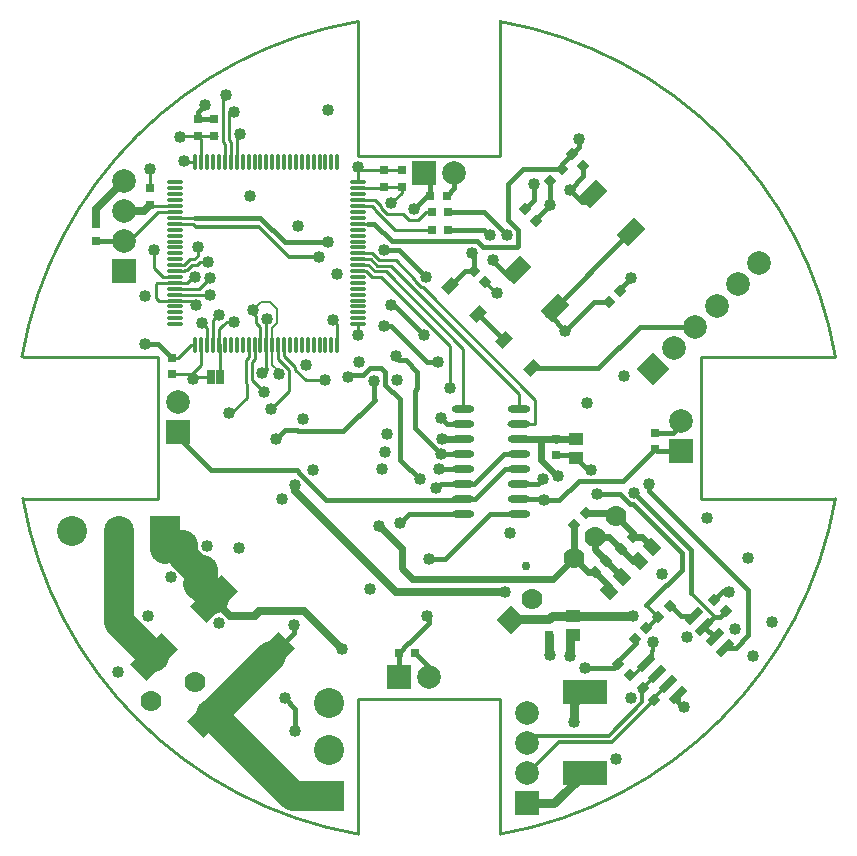
<source format=gbl>
G04 Layer_Physical_Order=4*
G04 Layer_Color=16711680*
%FSAX25Y25*%
%MOIN*%
G70*
G01*
G75*
%ADD10P,0.04243X4X180.0*%
%ADD12P,0.04243X4X90.0*%
G04:AMPARAMS|DCode=14|XSize=40mil|YSize=50mil|CornerRadius=0mil|HoleSize=0mil|Usage=FLASHONLY|Rotation=45.000|XOffset=0mil|YOffset=0mil|HoleType=Round|Shape=Rectangle|*
%AMROTATEDRECTD14*
4,1,4,0.00353,-0.03182,-0.03182,0.00353,-0.00353,0.03182,0.03182,-0.00353,0.00353,-0.03182,0.0*
%
%ADD14ROTATEDRECTD14*%

%ADD18R,0.03000X0.03000*%
G04:AMPARAMS|DCode=19|XSize=35.43mil|YSize=47.24mil|CornerRadius=0mil|HoleSize=0mil|Usage=FLASHONLY|Rotation=135.000|XOffset=0mil|YOffset=0mil|HoleType=Round|Shape=Rectangle|*
%AMROTATEDRECTD19*
4,1,4,0.02923,0.00418,-0.00418,-0.02923,-0.02923,-0.00418,0.00418,0.02923,0.02923,0.00418,0.0*
%
%ADD19ROTATEDRECTD19*%

G04:AMPARAMS|DCode=20|XSize=47.24mil|YSize=35.43mil|CornerRadius=0mil|HoleSize=0mil|Usage=FLASHONLY|Rotation=225.000|XOffset=0mil|YOffset=0mil|HoleType=Round|Shape=Rectangle|*
%AMROTATEDRECTD20*
4,1,4,0.00418,0.02923,0.02923,0.00418,-0.00418,-0.02923,-0.02923,-0.00418,0.00418,0.02923,0.0*
%
%ADD20ROTATEDRECTD20*%

%ADD21R,0.03000X0.03000*%
%ADD24R,0.05000X0.04000*%
%ADD37C,0.01800*%
%ADD39C,0.02200*%
%ADD40C,0.00900*%
%ADD41C,0.01000*%
%ADD42C,0.03000*%
%ADD43C,0.02500*%
%ADD44C,0.01500*%
%ADD45C,0.01200*%
%ADD46C,0.00800*%
%ADD50C,0.10000*%
%ADD51R,0.10000X0.10000*%
%ADD52C,0.07874*%
%ADD53R,0.07874X0.07874*%
%ADD54P,0.11136X4X90.0*%
%ADD55R,0.10000X0.10000*%
%ADD56R,0.07874X0.07874*%
%ADD57C,0.07000*%
%ADD58P,0.09899X4X90.0*%
%ADD59C,0.04000*%
%ADD60C,0.03000*%
G04:AMPARAMS|DCode=61|XSize=25.59mil|YSize=64.96mil|CornerRadius=1.92mil|HoleSize=0mil|Usage=FLASHONLY|Rotation=135.000|XOffset=0mil|YOffset=0mil|HoleType=Round|Shape=RoundedRectangle|*
%AMROUNDEDRECTD61*
21,1,0.02559,0.06112,0,0,135.0*
21,1,0.02175,0.06496,0,0,135.0*
1,1,0.00384,0.01392,0.02930*
1,1,0.00384,0.02930,0.01392*
1,1,0.00384,-0.01392,-0.02930*
1,1,0.00384,-0.02930,-0.01392*
%
%ADD61ROUNDEDRECTD61*%
%ADD62R,0.15000X0.08000*%
G04:AMPARAMS|DCode=63|XSize=80mil|YSize=150mil|CornerRadius=0mil|HoleSize=0mil|Usage=FLASHONLY|Rotation=135.000|XOffset=0mil|YOffset=0mil|HoleType=Round|Shape=Rectangle|*
%AMROTATEDRECTD63*
4,1,4,0.08132,0.02475,-0.02475,-0.08132,-0.08132,-0.02475,0.02475,0.08132,0.08132,0.02475,0.0*
%
%ADD63ROTATEDRECTD63*%

%ADD64R,0.03000X0.05000*%
%ADD65O,0.01181X0.05709*%
%ADD66O,0.05709X0.01181*%
G04:AMPARAMS|DCode=67|XSize=83mil|YSize=55mil|CornerRadius=0mil|HoleSize=0mil|Usage=FLASHONLY|Rotation=225.000|XOffset=0mil|YOffset=0mil|HoleType=Round|Shape=Rectangle|*
%AMROTATEDRECTD67*
4,1,4,0.00990,0.04879,0.04879,0.00990,-0.00990,-0.04879,-0.04879,-0.00990,0.00990,0.04879,0.0*
%
%ADD67ROTATEDRECTD67*%

%ADD68O,0.07480X0.02362*%
%ADD69C,0.10000*%
%ADD70C,0.02800*%
G54D10*
X1803611Y0371889D02*
D03*
X1807500Y0368000D02*
D03*
X1779858Y0342429D02*
D03*
X1783747Y0338540D02*
D03*
X1775615Y0346672D02*
D03*
X1771726Y0350561D02*
D03*
X1723500Y0481500D02*
D03*
X1727389Y0477611D02*
D03*
X1756111Y0520389D02*
D03*
X1760000Y0516500D02*
D03*
X1740500Y0502000D02*
D03*
X1744389Y0498111D02*
D03*
G54D12*
X1760827Y0400591D02*
D03*
X1756938Y0396702D02*
D03*
X1776527Y0392669D02*
D03*
X1772638Y0388779D02*
D03*
X1767716Y0384842D02*
D03*
X1763827Y0380953D02*
D03*
X1788889Y0369889D02*
D03*
X1785000Y0366000D02*
D03*
X1777111Y0358611D02*
D03*
X1781000Y0362500D02*
D03*
X1768500Y0471000D02*
D03*
X1772389Y0474889D02*
D03*
X1752889Y0515389D02*
D03*
X1749000Y0511500D02*
D03*
G54D14*
X1768501Y0374800D02*
D03*
X1773027Y0379326D02*
D03*
X1778543Y0384842D02*
D03*
X1783069Y0389368D02*
D03*
G54D18*
X1784000Y0427500D02*
D03*
Y0422000D02*
D03*
X1751000Y0425500D02*
D03*
Y0420000D02*
D03*
X1748500Y0365500D02*
D03*
Y0360000D02*
D03*
X1623000Y0447000D02*
D03*
Y0452500D02*
D03*
X1597500Y0491500D02*
D03*
Y0497000D02*
D03*
X1615500Y0509000D02*
D03*
Y0503500D02*
D03*
X1637000Y0532000D02*
D03*
Y0526500D02*
D03*
X1631500D02*
D03*
Y0532000D02*
D03*
X1699500Y0515000D02*
D03*
X1699500Y0509500D02*
D03*
X1693500D02*
D03*
Y0515000D02*
D03*
G54D19*
X1725000Y0467000D02*
D03*
X1743000Y0449000D02*
D03*
G54D20*
X1715525Y0476475D02*
D03*
X1733525Y0458475D02*
D03*
G54D21*
X1714500Y0506500D02*
D03*
X1709000D02*
D03*
X1709500Y0501000D02*
D03*
X1715000D02*
D03*
X1709500Y0495000D02*
D03*
X1715000D02*
D03*
X1704055Y0354000D02*
D03*
X1698555Y0354000D02*
D03*
G54D24*
X1757500Y0419150D02*
D03*
Y0425550D02*
D03*
X1756500Y0360150D02*
D03*
Y0366550D02*
D03*
G54D37*
X1730000Y0484667D02*
X1735570Y0479097D01*
X1790000Y0427500D02*
X1794000Y0431500D01*
X1740021Y0515521D02*
X1752889D01*
X1730000Y0484667D02*
Y0485000D01*
X1748930Y0466570D02*
X1754000Y0461500D01*
X1750597Y0469070D02*
X1773430Y0491903D01*
X1748097Y0466570D02*
X1750597Y0469070D01*
X1699000Y0418500D02*
Y0438585D01*
X1694100Y0443485D02*
X1699000Y0438585D01*
X1694100Y0443485D02*
Y0447632D01*
X1692673Y0449060D02*
X1694100Y0447632D01*
X1690200Y0438800D02*
Y0444700D01*
Y0438800D02*
X1690500Y0438500D01*
X1703800Y0441425D02*
X1704700Y0442325D01*
X1703800Y0429185D02*
Y0441425D01*
Y0429185D02*
X1712485Y0420500D01*
X1704700Y0442325D02*
Y0447875D01*
X1689044Y0449060D02*
X1692673D01*
X1686685Y0446700D02*
X1689044Y0449060D01*
X1693500Y0488500D02*
X1698500D01*
X1707500Y0479500D01*
X1690380Y0497135D02*
X1696115Y0491400D01*
X1688365Y0497135D02*
X1690380D01*
X1696115Y0491400D02*
X1724615D01*
X1755500Y0508500D02*
X1760000Y0513000D01*
Y0516500D01*
X1777000Y0407500D02*
X1796000Y0388500D01*
Y0374010D02*
Y0388500D01*
X1631500Y0534300D02*
X1633800Y0536600D01*
X1631500Y0532000D02*
Y0534300D01*
Y0532000D02*
X1637000D01*
X1700775Y0451800D02*
X1704700Y0447875D01*
X1698660Y0451800D02*
X1700775D01*
X1697500Y0452960D02*
X1698660Y0451800D01*
X1682200Y0446700D02*
X1686685D01*
X1681500Y0446000D02*
X1682200Y0446700D01*
X1761450Y0415200D02*
X1762600D01*
X1773300Y0411300D02*
X1784000Y0422000D01*
X1760985Y0411300D02*
X1773300D01*
X1760785Y0411500D02*
X1760985Y0411300D01*
X1758545Y0411500D02*
X1760785D01*
X1757500Y0419150D02*
X1761450Y0415200D01*
X1756650Y0420000D02*
X1757500Y0419150D01*
X1751000Y0420000D02*
X1756650D01*
X1708555Y0346000D02*
Y0349500D01*
Y0343709D02*
Y0346000D01*
X1752045Y0405000D02*
X1758545Y0411500D01*
X1747000Y0405000D02*
X1752045D01*
X1708500Y0363945D02*
Y0366000D01*
X1708000Y0366500D02*
X1708500Y0366000D01*
X1636000Y0415000D02*
X1664485D01*
X1666100Y0413385D01*
Y0413385D02*
X1668400Y0411085D01*
X1666100Y0413385D02*
Y0413385D01*
X1668400Y0411055D02*
Y0411085D01*
Y0411055D02*
X1674355Y0405100D01*
X1719600D01*
X1746500Y0405500D02*
X1747000Y0405000D01*
X1719600Y0405100D02*
X1720000Y0405500D01*
X1699000Y0418500D02*
X1705500Y0412000D01*
X1712000Y0415500D02*
X1720000D01*
X1702000Y0400500D02*
X1720000D01*
X1711000Y0409000D02*
X1712500Y0410500D01*
X1701955Y0357400D02*
X1708500Y0363945D01*
X1698555Y0354187D02*
X1701768Y0357400D01*
X1698555Y0354000D02*
Y0354187D01*
X1701768Y0357400D02*
X1701955D01*
X1715000Y0495000D02*
X1727000D01*
X1728500Y0493500D01*
X1729000D01*
X1715000Y0501000D02*
X1727015D01*
X1734500Y0493515D01*
Y0493500D02*
Y0493515D01*
X1726515Y0489500D02*
X1738000D01*
X1724615Y0491400D02*
X1726515Y0489500D01*
X1738000D02*
X1738400Y0489900D01*
Y0495115D01*
X1735000Y0498515D02*
X1738400Y0495115D01*
X1735000Y0498515D02*
Y0510500D01*
X1740021Y0515521D01*
X1708000Y0506500D02*
X1709000D01*
X1703500Y0502000D02*
X1708000Y0506500D01*
X1754000Y0461500D02*
X1763500Y0471000D01*
X1768500D01*
X1772389Y0475389D02*
X1776000Y0479000D01*
X1772389Y0474889D02*
Y0475389D01*
X1723000Y0487500D02*
X1723500Y0487000D01*
X1752889Y0515521D02*
Y0517167D01*
Y0515389D02*
Y0515521D01*
X1723500Y0481500D02*
Y0487000D01*
X1720550Y0481500D02*
X1723500D01*
X1715525Y0476475D02*
X1720550Y0481500D01*
X1725000Y0467000D02*
X1733525Y0458475D01*
X1743000Y0449000D02*
X1765000D01*
X1778780Y0462780D01*
X1797425D01*
X1758500Y0522778D02*
Y0525500D01*
X1756111Y0520389D02*
X1758500Y0522778D01*
X1752889Y0517167D02*
X1756111Y0520389D01*
X1749000Y0503500D02*
Y0511500D01*
X1744389Y0498889D02*
X1749000Y0503500D01*
X1744389Y0498111D02*
Y0498889D01*
X1740500Y0502000D02*
X1743500Y0505000D01*
Y0510346D01*
X1755500Y0508500D02*
X1759570Y0504430D01*
X1760903D01*
X1748097Y0466570D02*
X1748930D01*
X1714000Y0385500D02*
X1729000Y0400500D01*
X1708500Y0385500D02*
X1714000D01*
X1714500Y0430500D02*
X1720000D01*
X1704055Y0354000D02*
X1708555Y0349500D01*
X1712500Y0410500D02*
X1720000D01*
X1712485Y0420500D02*
X1712500D01*
X1784000Y0422000D02*
X1784500Y0421500D01*
X1738504Y0410500D02*
X1745000D01*
X1712500Y0420500D02*
X1720000D01*
X1738504Y0405500D02*
X1746500D01*
X1733500Y0420500D02*
X1738504D01*
X1723500Y0410500D02*
X1733500Y0420500D01*
X1720000Y0410500D02*
X1723500D01*
X1734000Y0415500D02*
X1738504D01*
X1724000Y0405500D02*
X1734000Y0415500D01*
X1720000Y0405500D02*
X1724000D01*
X1699000Y0397500D02*
X1702000Y0400500D01*
X1614000Y0457000D02*
X1618313D01*
X1622813Y0452500D01*
X1623000D01*
X1607000Y0491500D02*
X1607000Y0491500D01*
X1597500Y0491500D02*
X1607000D01*
X1680100Y0428100D02*
X1690500Y0438500D01*
X1664885Y0428100D02*
X1680100D01*
X1664485Y0428500D02*
X1664885Y0428100D01*
X1660500Y0428500D02*
X1664485D01*
X1657500Y0425500D02*
X1660500Y0428500D01*
X1655836Y0353022D02*
X1663500Y0360686D01*
Y0363500D01*
X1660500Y0339000D02*
X1664000Y0335500D01*
Y0328000D02*
Y0335500D01*
X1770165Y0349000D02*
X1771726Y0350561D01*
X1760500Y0349000D02*
X1770165D01*
X1771726Y0351268D02*
X1777736Y0357278D01*
X1782000Y0408000D02*
X1815000Y0375000D01*
Y0360000D02*
Y0375000D01*
X1810775Y0355775D02*
X1815000Y0360000D01*
X1807379Y0355775D02*
X1810775D01*
X1808222Y0374778D02*
X1808500Y0374500D01*
X1806500Y0374778D02*
X1808222D01*
X1803611Y0371889D02*
X1806500Y0374778D01*
X1789757Y0369299D02*
X1792675Y0366382D01*
X1796773D01*
X1805500Y0366000D02*
X1807500Y0368000D01*
X1803462Y0366000D02*
X1805500D01*
X1800308Y0362846D02*
X1803462Y0366000D01*
X1800308Y0362846D02*
X1803844Y0359310D01*
X1791650Y0337850D02*
X1793500Y0336000D01*
X1791650Y0337850D02*
Y0340046D01*
X1771726Y0350561D02*
Y0351268D01*
X1745000Y0410500D02*
X1746500Y0412000D01*
X1729000Y0400500D02*
X1738504D01*
X1782000Y0408000D02*
Y0410500D01*
X1712500Y0432500D02*
X1714500Y0430500D01*
X1696000Y0463000D02*
X1708000Y0451000D01*
X1711500D01*
X1693500Y0463000D02*
X1696000D01*
X1706987Y0514000D02*
X1709000Y0511987D01*
Y0506500D02*
Y0511987D01*
X1716987Y0508987D02*
Y0514000D01*
X1714500Y0506500D02*
X1716987Y0508987D01*
X1784000Y0427500D02*
X1790000D01*
X1784500Y0421500D02*
X1792500D01*
X1794000D01*
X1698555Y0343709D02*
Y0346000D01*
Y0354000D01*
X1625015Y0425985D02*
X1636000Y0415000D01*
X1625015Y0425985D02*
Y0427638D01*
G54D39*
X1750500Y0425500D02*
X1751000Y0425000D01*
X1749963Y0378900D02*
X1756890Y0385827D01*
X1699500Y0382500D02*
X1703100Y0378900D01*
X1749963D01*
X1694000Y0427000D02*
X1694500D01*
X1746000Y0425500D02*
X1750500D01*
X1738504D02*
X1746000D01*
X1751000Y0413000D02*
X1751500D01*
X1750600Y0413400D02*
X1751000Y0413000D01*
X1750600Y0413400D02*
Y0413698D01*
X1746000Y0418298D02*
X1750600Y0413698D01*
X1746000Y0418298D02*
Y0425500D01*
X1699500Y0382500D02*
Y0389000D01*
X1692000Y0396500D02*
X1699500Y0389000D01*
X1757450Y0425500D02*
X1757500Y0425550D01*
X1751000Y0425500D02*
X1757450D01*
X1713000D02*
X1720000D01*
X1769965Y0400591D02*
X1770809Y0399746D01*
X1756890Y0396654D02*
X1756938Y0396702D01*
X1756890Y0385827D02*
Y0396654D01*
Y0385827D02*
X1761763Y0380953D01*
X1763827D01*
X1768501Y0376280D01*
Y0374800D02*
Y0376280D01*
X1763849Y0388710D02*
Y0392787D01*
Y0388710D02*
X1767716Y0384842D01*
X1773027Y0379532D01*
Y0379326D02*
Y0379532D01*
X1763849Y0392787D02*
X1768631D01*
X1772638Y0388779D01*
X1776575Y0384842D01*
X1778543D01*
X1770809Y0399746D02*
X1776527Y0394028D01*
Y0392669D02*
Y0394028D01*
Y0392669D02*
X1779768D01*
X1783069Y0389368D01*
X1760827Y0400591D02*
X1769965D01*
G54D40*
X1632727Y0450227D02*
Y0456880D01*
X1607000Y0491500D02*
X1608551D01*
X1615500Y0503199D02*
X1623822D01*
X1638803Y0453866D02*
Y0457184D01*
X1627050Y0481387D02*
Y0481429D01*
X1644551Y0517706D02*
Y0527449D01*
X1641900Y0525221D02*
Y0534500D01*
X1650000Y0467500D02*
Y0468500D01*
X1641137Y0464500D02*
X1643500D01*
X1689670Y0487451D02*
X1692071Y0485050D01*
X1684965Y0487451D02*
X1689670D01*
X1692071Y0485050D02*
X1697450D01*
X1704050Y0478450D01*
X1691284Y0483150D02*
X1695850D01*
X1738504Y0440496D01*
X1692650Y0479350D02*
X1715500Y0456500D01*
X1689710Y0479350D02*
X1692650D01*
X1687673Y0481387D02*
X1689710Y0479350D01*
X1684807Y0481387D02*
X1687673D01*
X1694250Y0481250D02*
X1720000Y0455500D01*
X1690497Y0481250D02*
X1694250D01*
X1688391Y0483356D02*
X1690497Y0481250D01*
X1684807Y0483356D02*
X1688391D01*
X1689178Y0485256D02*
X1691284Y0483150D01*
X1684875Y0485256D02*
X1689178D01*
X1706450Y0476050D02*
X1744000Y0438500D01*
X1706071Y0476050D02*
X1706450D01*
X1704050Y0478071D02*
X1706071Y0476050D01*
X1704050Y0478071D02*
Y0478450D01*
X1730900Y0474100D02*
X1731200D01*
X1727389Y0477611D02*
X1730900Y0474100D01*
X1630000Y0445500D02*
X1630500Y0446000D01*
X1636000D01*
X1638645Y0457342D02*
X1638803Y0457184D01*
X1638627Y0457361D02*
X1638645Y0457342D01*
Y0462145D01*
Y0456880D02*
Y0457342D01*
X1638627Y0456898D02*
X1638645Y0456880D01*
X1638627Y0456898D02*
Y0457361D01*
X1638803Y0453866D02*
X1639000Y0453669D01*
Y0446000D02*
Y0453669D01*
X1629455Y0471545D02*
X1631000Y0470000D01*
X1623980Y0473513D02*
X1635487D01*
X1631982Y0475482D02*
X1635500Y0479000D01*
X1623980Y0475482D02*
X1631982D01*
X1629954Y0479454D02*
X1630500D01*
X1627781Y0481614D02*
X1629617Y0483450D01*
X1627235Y0481614D02*
X1627781D01*
X1626994Y0483514D02*
X1628830Y0485350D01*
X1624138Y0483514D02*
X1626994D01*
X1627950Y0477450D02*
X1629954Y0479454D01*
X1623980Y0477450D02*
X1627950D01*
X1684807Y0497135D02*
X1688365D01*
X1696000Y0504000D02*
X1699500Y0507500D01*
X1692946Y0508946D02*
X1693500Y0509500D01*
X1650000Y0467500D02*
X1651050Y0466450D01*
Y0464071D02*
Y0466450D01*
Y0464071D02*
X1652425Y0462696D01*
Y0456880D02*
Y0462696D01*
X1630000Y0445500D02*
Y0446000D01*
X1629000Y0447000D02*
X1630000Y0446000D01*
X1623000Y0447000D02*
X1629000D01*
X1629500D02*
X1632727Y0450227D01*
X1627000Y0518000D02*
X1627294Y0517706D01*
X1630771D01*
X1685000Y0460000D02*
Y0463478D01*
X1684807Y0463671D02*
X1685000Y0463478D01*
X1676500Y0465000D02*
X1678015Y0463485D01*
Y0456880D02*
Y0463485D01*
X1735000Y0430500D02*
X1738504D01*
X1642000Y0434000D02*
X1642742D01*
X1647871Y0439129D01*
Y0443871D01*
X1647550Y0444192D02*
X1647871Y0443871D01*
X1647550Y0444192D02*
Y0451808D01*
X1648488Y0452746D01*
Y0456880D01*
X1699500Y0507500D02*
Y0509500D01*
X1693500D02*
X1699500D01*
X1645000Y0527000D02*
X1645500D01*
X1644551Y0527449D02*
X1645000Y0527000D01*
X1640000Y0524434D02*
X1640614Y0523820D01*
X1640000Y0524434D02*
Y0539000D01*
X1641900Y0525221D02*
X1642582Y0524539D01*
Y0517706D02*
Y0524539D01*
X1640614Y0517706D02*
Y0523820D01*
X1641900Y0534500D02*
X1643500D01*
X1640000Y0539000D02*
X1641000Y0540000D01*
X1637000Y0526500D02*
X1638000D01*
X1631500D02*
X1637000D01*
X1615500Y0509000D02*
Y0515500D01*
X1625500Y0526000D02*
X1626000Y0526500D01*
X1631500D01*
X1632740Y0525260D01*
Y0517706D02*
Y0525260D01*
X1623000Y0452500D02*
X1625000D01*
X1629379Y0456880D01*
X1630771D01*
X1618123Y0501072D02*
X1623980D01*
X1608551Y0491500D02*
X1618123Y0501072D01*
X1623822Y0503199D02*
X1623980Y0503041D01*
X1615500Y0503199D02*
Y0503500D01*
X1631500Y0486500D02*
Y0489500D01*
X1617000Y0482500D02*
Y0488500D01*
Y0482500D02*
X1620000Y0479500D01*
X1623180D01*
X1623261Y0479419D01*
X1623980D01*
X1635487Y0473513D02*
X1635500Y0473500D01*
X1640058Y0463421D02*
X1641137Y0464500D01*
X1639921Y0463421D02*
X1640058D01*
X1638645Y0462145D02*
X1639921Y0463421D01*
X1635500Y0473500D02*
Y0474000D01*
X1635000Y0474500D02*
X1635500Y0474000D01*
X1738504Y0430500D02*
X1744000D01*
Y0438500D01*
X1684807Y0487293D02*
X1684965Y0487451D01*
X1684807Y0485324D02*
X1684875Y0485256D01*
X1617950Y0477450D02*
X1623980D01*
X1617500Y0477000D02*
X1617950Y0477450D01*
X1617500Y0472500D02*
Y0477000D01*
Y0472500D02*
X1618455Y0471545D01*
X1623980D01*
Y0481387D02*
X1627050D01*
X1630350Y0485350D02*
X1631500Y0486500D01*
X1627050Y0481429D02*
X1627235Y0481614D01*
X1628830Y0485350D02*
X1630350D01*
X1623980Y0483356D02*
X1624138Y0483514D01*
X1623980Y0471545D02*
X1629455D01*
X1629617Y0483450D02*
X1631263D01*
X1632313Y0484500D01*
X1635000D01*
X1623980Y0499104D02*
X1630604D01*
X1684807Y0508946D02*
X1692946D01*
X1623980Y0497135D02*
X1629461D01*
X1629693Y0496904D01*
X1630096D01*
X1631000Y0496000D01*
X1738504Y0435500D02*
Y0440496D01*
X1720000Y0435500D02*
Y0455500D01*
X1715500Y0442500D02*
Y0456500D01*
G54D41*
X1660407Y0452922D02*
Y0456880D01*
X1684807Y0503009D02*
X1689491D01*
X1634677Y0456880D02*
Y0462323D01*
X1697222Y0495000D02*
X1709500D01*
X1690500Y0501722D02*
X1697222Y0495000D01*
X1667550Y0445000D02*
X1674000D01*
X1658330Y0452119D02*
Y0456880D01*
Y0452119D02*
X1662000Y0448450D01*
X1664000Y0448550D02*
X1667550Y0445000D01*
X1664000Y0448550D02*
Y0449328D01*
X1660407Y0452922D02*
X1664000Y0449328D01*
X1662000Y0441500D02*
Y0448450D01*
X1636677Y0456880D02*
Y0465177D01*
X1638371Y0466871D02*
X1638629D01*
X1633000Y0464000D02*
X1634677Y0462323D01*
X1689491Y0503009D02*
X1690500Y0502000D01*
Y0501722D02*
Y0502000D01*
X1707450Y0501000D02*
X1709500D01*
X1660330Y0456880D02*
X1660407D01*
X1654393Y0465393D02*
X1654500Y0465500D01*
X1654393Y0456880D02*
Y0465393D01*
X1685000Y0516000D02*
X1686000Y0515000D01*
X1693500D01*
X1699500D01*
X1684807Y0515807D02*
X1685000Y0516000D01*
X1684807Y0510915D02*
Y0515807D01*
X1636677Y0465177D02*
X1638371Y0466871D01*
X1654393Y0448893D02*
Y0456880D01*
X1650456Y0451956D02*
Y0456880D01*
X1656000Y0435500D02*
X1662000Y0441500D01*
X1649500Y0451000D02*
X1650456Y0451956D01*
X1649500Y0445000D02*
Y0451000D01*
Y0445000D02*
X1653500Y0441000D01*
X1704950Y0498500D02*
X1707450Y0501000D01*
X1684807Y0505009D02*
X1690491D01*
X1692500Y0503000D01*
Y0502550D02*
Y0503000D01*
Y0502550D02*
X1694550Y0500500D01*
X1700050D01*
X1702050Y0498500D01*
X1704950D01*
X1844094Y0452756D02*
G03*
X1732284Y0564567I-0135433J-0023622D01*
G01*
X1685039D02*
G03*
X1572912Y0452811I0023228J-0135433D01*
G01*
X1573228Y0405512D02*
G03*
X1685039Y0293701I0135433J0023622D01*
G01*
X1732284D02*
G03*
X1844094Y0405512I-0023622J0135433D01*
G01*
X1732284Y0519685D02*
Y0564567D01*
X1685039Y0519685D02*
X1732284D01*
X1685039D02*
Y0564567D01*
Y0293701D02*
Y0338583D01*
X1732284D01*
Y0293701D02*
Y0338583D01*
X1799213Y0405512D02*
X1844094D01*
X1799213D02*
Y0452756D01*
X1844094D01*
X1573228Y0452756D02*
X1618110D01*
Y0405512D02*
Y0452756D01*
X1573228Y0405512D02*
X1618110D01*
G54D42*
X1776450Y0366550D02*
X1776500Y0366500D01*
X1756500Y0366550D02*
X1776450D01*
X1755500Y0353000D02*
Y0359150D01*
X1756500Y0360150D01*
X1748500Y0354000D02*
X1749000Y0353500D01*
X1748500Y0354000D02*
Y0360000D01*
X1736011Y0364948D02*
X1736563Y0365500D01*
X1748500D01*
X1749550Y0366550D01*
X1756500D01*
X1757000Y0331000D02*
Y0337500D01*
X1760500Y0341000D01*
X1750382Y0303976D02*
X1760500Y0314094D01*
X1741142Y0303976D02*
X1750382D01*
G54D43*
X1597500Y0502000D02*
X1607000Y0511500D01*
X1636811Y0372047D02*
X1642358Y0366500D01*
X1650500D01*
X1697500Y0374500D02*
X1734000D01*
X1663985Y0408015D02*
X1697500Y0374500D01*
X1663985Y0408015D02*
Y0409985D01*
X1597500Y0497000D02*
Y0502000D01*
X1652000Y0368000D02*
X1667000D01*
X1650500Y0366500D02*
X1652000Y0368000D01*
X1667000D02*
X1679500Y0355500D01*
G54D44*
X1793100Y0381897D02*
Y0387400D01*
X1787853Y0376650D02*
X1793100Y0381897D01*
X1787650Y0376650D02*
X1787853D01*
X1781000Y0370000D02*
X1787650Y0376650D01*
X1776750Y0403750D02*
X1793100Y0387400D01*
X1653000Y0447500D02*
X1654393Y0448893D01*
X1660500Y0491000D02*
X1675000D01*
X1652396Y0499104D02*
X1660500Y0491000D01*
X1630604Y0499104D02*
X1652396D01*
X1775447Y0403750D02*
X1776750D01*
X1772197Y0407000D02*
X1775447Y0403750D01*
X1764500Y0407000D02*
X1772197D01*
X1697000Y0470000D02*
X1707000Y0460000D01*
X1696000Y0470000D02*
X1697000D01*
G54D45*
X1779891Y0342429D02*
X1784579Y0347117D01*
X1779858Y0342429D02*
X1779891D01*
X1778910Y0341481D02*
X1779700Y0340691D01*
X1769507Y0324300D02*
X1783747Y0338540D01*
X1751800Y0324300D02*
X1769507D01*
X1768500Y0326500D02*
X1779700Y0337700D01*
X1743665Y0326500D02*
X1768500D01*
X1741476Y0313976D02*
X1751800Y0324300D01*
X1741142Y0323976D02*
X1743665Y0326500D01*
X1779700Y0337700D02*
Y0340691D01*
X1778910Y0341481D02*
X1779858Y0342429D01*
X1778910Y0341481D02*
Y0341481D01*
X1783275Y0354884D02*
Y0357725D01*
X1781000Y0370000D02*
X1785000Y0366000D01*
X1781500Y0362500D02*
X1785000Y0366000D01*
X1781000Y0362500D02*
X1781500D01*
X1783000Y0352609D02*
Y0354609D01*
X1781044Y0350653D02*
X1783000Y0352609D01*
Y0354609D02*
X1783275Y0354884D01*
X1783747Y0338540D02*
Y0339214D01*
X1788115Y0343582D01*
X1796000Y0374010D02*
X1803462Y0366548D01*
Y0366000D02*
Y0366548D01*
X1775615Y0346672D02*
X1777063D01*
X1781044Y0350653D01*
X1741142Y0313976D02*
X1741476D01*
X1631000Y0496000D02*
X1652000D01*
X1662000Y0486000D01*
X1672000D01*
G54D46*
X1656430Y0450070D02*
Y0456930D01*
X1650000Y0468500D02*
X1652500Y0471000D01*
X1655500D01*
X1657900Y0468600D01*
Y0464092D02*
Y0468600D01*
X1656362Y0462554D02*
X1657900Y0464092D01*
X1656362Y0456880D02*
Y0462554D01*
X1656430Y0450070D02*
X1658500Y0448000D01*
Y0447000D02*
Y0448000D01*
X1656380Y0456880D02*
X1656430Y0456930D01*
X1656362Y0456880D02*
X1656380D01*
G54D50*
X1589567Y0394685D02*
D03*
X1605167D02*
D03*
X1675197Y0337450D02*
D03*
Y0321850D02*
D03*
G54D51*
X1620767Y0394685D02*
D03*
G54D52*
X1607000Y0511500D02*
D03*
Y0501500D02*
D03*
Y0491500D02*
D03*
X1790354Y0455709D02*
D03*
X1797425Y0462780D02*
D03*
X1804497Y0469851D02*
D03*
X1811567Y0476922D02*
D03*
X1818639Y0483993D02*
D03*
X1708555Y0346000D02*
D03*
X1716987Y0514000D02*
D03*
X1792500Y0431500D02*
D03*
X1625015Y0437638D02*
D03*
X1741142Y0313976D02*
D03*
Y0323976D02*
D03*
Y0333976D02*
D03*
G54D53*
X1607000Y0481500D02*
D03*
X1792500Y0421500D02*
D03*
X1625015Y0427638D02*
D03*
X1741142Y0303976D02*
D03*
G54D54*
X1783283Y0448638D02*
D03*
G54D55*
X1675197Y0306250D02*
D03*
G54D56*
X1698555Y0346000D02*
D03*
X1706987Y0514000D02*
D03*
G54D57*
X1770809Y0399746D02*
D03*
X1763849Y0392787D02*
D03*
X1756890Y0385827D02*
D03*
X1743082Y0372019D02*
D03*
X1630500Y0344500D02*
D03*
X1616000Y0338000D02*
D03*
G54D58*
X1736011Y0364948D02*
D03*
G54D59*
X1730000Y0485000D02*
D03*
X1650000Y0468500D02*
D03*
X1643500Y0464500D02*
D03*
X1690200Y0444700D02*
D03*
X1698000Y0445100D02*
D03*
X1814961Y0385827D02*
D03*
X1693500Y0488500D02*
D03*
X1707500Y0479500D02*
D03*
X1771100Y0318900D02*
D03*
X1776100Y0339200D02*
D03*
X1783275Y0357725D02*
D03*
X1801181Y0398981D02*
D03*
X1786300Y0380400D02*
D03*
X1633800Y0536600D02*
D03*
X1674800Y0535000D02*
D03*
X1613900Y0473100D02*
D03*
X1605000Y0347800D02*
D03*
X1622500Y0379300D02*
D03*
X1638700Y0364000D02*
D03*
X1615000Y0366500D02*
D03*
X1731200Y0474100D02*
D03*
X1761300Y0437300D02*
D03*
X1773500Y0446500D02*
D03*
X1667500Y0450000D02*
D03*
X1685400Y0451000D02*
D03*
X1645400Y0389000D02*
D03*
X1762600Y0415200D02*
D03*
X1735600Y0394100D02*
D03*
X1638629Y0466871D02*
D03*
X1631000Y0470000D02*
D03*
X1630500Y0479454D02*
D03*
X1633000Y0464000D02*
D03*
X1689000Y0375500D02*
D03*
X1734000Y0374500D02*
D03*
X1708000Y0366500D02*
D03*
X1659500Y0405500D02*
D03*
X1663985Y0409985D02*
D03*
X1747000Y0405000D02*
D03*
X1693000Y0415500D02*
D03*
X1712000D02*
D03*
X1705500Y0412000D02*
D03*
X1694000Y0421000D02*
D03*
X1694500Y0427000D02*
D03*
X1711000Y0409000D02*
D03*
X1751500Y0413000D02*
D03*
X1692000Y0396500D02*
D03*
X1729000Y0493500D02*
D03*
X1734500D02*
D03*
X1696000Y0504000D02*
D03*
X1703500Y0502000D02*
D03*
X1697500Y0452960D02*
D03*
X1630000Y0445500D02*
D03*
X1649000Y0506500D02*
D03*
X1627000Y0518000D02*
D03*
X1685000Y0460000D02*
D03*
X1676500Y0465000D02*
D03*
X1776000Y0479000D02*
D03*
X1723000Y0487500D02*
D03*
X1758500Y0525500D02*
D03*
X1749000Y0503500D02*
D03*
X1743500Y0510346D02*
D03*
X1755500Y0508500D02*
D03*
X1754000Y0461500D02*
D03*
X1642000Y0434000D02*
D03*
X1670000Y0415000D02*
D03*
X1708500Y0385500D02*
D03*
X1712500Y0420500D02*
D03*
X1699000Y0397500D02*
D03*
X1713000Y0425500D02*
D03*
X1665000Y0496500D02*
D03*
X1654500Y0465500D02*
D03*
X1685000Y0516000D02*
D03*
X1645500Y0527000D02*
D03*
X1643500Y0534500D02*
D03*
X1641000Y0540000D02*
D03*
X1615500Y0515500D02*
D03*
X1625500Y0526000D02*
D03*
X1614000Y0457000D02*
D03*
X1631500Y0489500D02*
D03*
X1617000Y0488500D02*
D03*
X1635500Y0473500D02*
D03*
Y0479000D02*
D03*
X1666500Y0432000D02*
D03*
X1658500Y0447000D02*
D03*
X1656000Y0435500D02*
D03*
X1653500Y0441000D02*
D03*
X1653000Y0447500D02*
D03*
X1657500Y0425500D02*
D03*
X1634626Y0389874D02*
D03*
X1663500Y0363500D02*
D03*
X1660500Y0339000D02*
D03*
X1664000Y0328000D02*
D03*
X1776500Y0366500D02*
D03*
X1760500Y0349000D02*
D03*
X1808500Y0374500D02*
D03*
X1793500Y0336000D02*
D03*
X1816500Y0353000D02*
D03*
X1810500Y0362000D02*
D03*
X1755500Y0353000D02*
D03*
X1749000Y0353500D02*
D03*
X1823000Y0364500D02*
D03*
X1794500Y0359500D02*
D03*
X1757000Y0331000D02*
D03*
X1678000Y0480500D02*
D03*
X1635000Y0484500D02*
D03*
X1746500Y0412000D02*
D03*
X1777000Y0407500D02*
D03*
X1715500Y0442500D02*
D03*
X1675000Y0491000D02*
D03*
X1696000Y0470000D02*
D03*
X1672000Y0486000D02*
D03*
X1693500Y0463000D02*
D03*
X1782000Y0410500D02*
D03*
X1712500Y0432500D02*
D03*
X1674000Y0445000D02*
D03*
X1681500Y0446000D02*
D03*
X1711500Y0451000D02*
D03*
X1764500Y0407000D02*
D03*
X1707000Y0460000D02*
D03*
X1679500Y0355500D02*
D03*
G54D60*
X1741000Y0383000D02*
D03*
G54D61*
X1796773Y0366382D02*
D03*
X1800308Y0362846D02*
D03*
X1803844Y0359310D02*
D03*
X1807379Y0355775D02*
D03*
X1781044Y0350653D02*
D03*
X1784579Y0347117D02*
D03*
X1788115Y0343582D02*
D03*
X1791650Y0340046D02*
D03*
G54D62*
X1760500Y0314094D02*
D03*
Y0341000D02*
D03*
G54D63*
X1616802Y0352687D02*
D03*
X1635827Y0333661D02*
D03*
X1636811Y0372047D02*
D03*
X1655836Y0353022D02*
D03*
G54D64*
X1639000Y0446000D02*
D03*
X1636000D02*
D03*
G54D65*
X1630771Y0456880D02*
D03*
X1632740D02*
D03*
X1634708D02*
D03*
X1636677D02*
D03*
X1638645D02*
D03*
X1640614D02*
D03*
X1642582Y0456880D02*
D03*
X1644551Y0456880D02*
D03*
X1646519D02*
D03*
X1648488D02*
D03*
X1650456D02*
D03*
X1652425D02*
D03*
X1654393Y0456880D02*
D03*
X1656362D02*
D03*
X1658330D02*
D03*
X1660299Y0456880D02*
D03*
X1662267D02*
D03*
X1664236D02*
D03*
X1666204D02*
D03*
X1668173D02*
D03*
X1670141D02*
D03*
X1672110D02*
D03*
X1674078D02*
D03*
X1676047D02*
D03*
X1678015D02*
D03*
Y0517706D02*
D03*
X1676047D02*
D03*
X1674078D02*
D03*
X1672110Y0517706D02*
D03*
X1670141D02*
D03*
X1668173D02*
D03*
X1666204Y0517706D02*
D03*
X1664236D02*
D03*
X1662267D02*
D03*
X1660299D02*
D03*
X1658330Y0517706D02*
D03*
X1656362D02*
D03*
X1654393D02*
D03*
X1652425Y0517706D02*
D03*
X1650456D02*
D03*
X1648488D02*
D03*
X1646519D02*
D03*
X1644551D02*
D03*
X1642582Y0517706D02*
D03*
X1640614D02*
D03*
X1638645Y0517706D02*
D03*
X1636677D02*
D03*
X1634708D02*
D03*
X1632740Y0517706D02*
D03*
X1630771D02*
D03*
G54D66*
X1684807Y0463671D02*
D03*
Y0465639D02*
D03*
Y0467608D02*
D03*
Y0469576D02*
D03*
Y0471545D02*
D03*
Y0473513D02*
D03*
Y0475482D02*
D03*
Y0477450D02*
D03*
Y0479419D02*
D03*
Y0481387D02*
D03*
Y0483356D02*
D03*
Y0485324D02*
D03*
Y0487293D02*
D03*
Y0489261D02*
D03*
Y0491230D02*
D03*
Y0493198D02*
D03*
Y0495167D02*
D03*
Y0497135D02*
D03*
Y0499104D02*
D03*
Y0501072D02*
D03*
Y0503041D02*
D03*
Y0505009D02*
D03*
Y0506978D02*
D03*
Y0508946D02*
D03*
Y0510915D02*
D03*
X1623980D02*
D03*
Y0508946D02*
D03*
Y0506978D02*
D03*
Y0505009D02*
D03*
Y0503041D02*
D03*
Y0501072D02*
D03*
Y0499104D02*
D03*
Y0497135D02*
D03*
Y0495167D02*
D03*
Y0493198D02*
D03*
Y0491230D02*
D03*
Y0489261D02*
D03*
Y0487293D02*
D03*
Y0485324D02*
D03*
Y0483356D02*
D03*
Y0481387D02*
D03*
Y0479419D02*
D03*
Y0477450D02*
D03*
Y0475482D02*
D03*
Y0473513D02*
D03*
Y0471545D02*
D03*
Y0469576D02*
D03*
Y0467608D02*
D03*
Y0465639D02*
D03*
Y0463671D02*
D03*
G54D67*
X1738070Y0481597D02*
D03*
X1763403Y0506930D02*
D03*
X1750597Y0469070D02*
D03*
X1775930Y0494403D02*
D03*
G54D68*
X1738504Y0435500D02*
D03*
X1738504Y0430500D02*
D03*
X1738504Y0425500D02*
D03*
Y0420500D02*
D03*
Y0415500D02*
D03*
Y0410500D02*
D03*
X1738504Y0405500D02*
D03*
X1738504Y0400500D02*
D03*
X1720000Y0435500D02*
D03*
X1720000Y0430500D02*
D03*
X1720000Y0425500D02*
D03*
Y0420500D02*
D03*
Y0415500D02*
D03*
Y0410500D02*
D03*
X1720000Y0405500D02*
D03*
X1720000Y0400500D02*
D03*
G54D69*
X1631686Y0377172D02*
X1633200Y0378686D01*
X1620767Y0388881D02*
Y0394685D01*
Y0388881D02*
X1621886Y0390000D01*
X1626626D01*
Y0386560D02*
Y0390000D01*
Y0386560D02*
X1631312Y0381874D01*
X1633200Y0378686D02*
Y0381874D01*
X1631312D02*
X1633200D01*
X1631686Y0377172D02*
X1636811Y0372047D01*
X1631686Y0377172D02*
X1631686D01*
X1605167Y0364321D02*
X1616802Y0352687D01*
X1605167Y0364321D02*
Y0394685D01*
X1636475Y0333661D02*
X1655836Y0353022D01*
X1663238Y0306250D02*
X1675197D01*
X1635827Y0333661D02*
X1663238Y0306250D01*
X1635827Y0333661D02*
X1636475D01*
G54D70*
X1607000Y0501500D02*
X1613500D01*
X1615500Y0503500D01*
M02*

</source>
